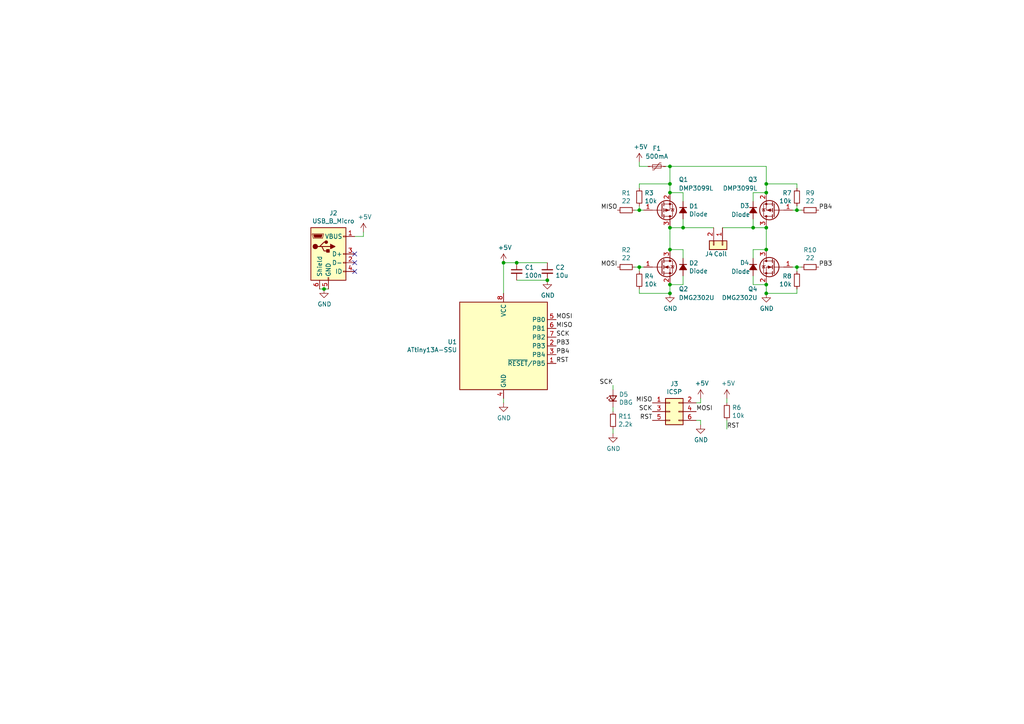
<source format=kicad_sch>
(kicad_sch (version 20230121) (generator eeschema)
  (paper "A4")
  (lib_symbols
    (symbol "Connector:USB_B_Micro" (pin_names (offset 1.016))
      (property "Reference" "J" (at -5.08 11.43 0))
      (property "Value" "USB_B_Micro" (at -5.08 8.89 0))
      (symbol "USB_B_Micro_0_1"
        (rectangle (start -5.08 -7.62) (end 5.08 7.62) (stroke (width 0.254)) (fill (type background)))
        (circle (center -3.81 2.159) (radius 0.635) (stroke (width 0.254)) (fill (type outline)))
        (circle (center -0.635 3.429) (radius 0.381) (stroke (width 0.254)) (fill (type outline)))
        (rectangle (start -0.127 -7.62) (end 0.127 -6.858))
        (polyline (pts (xy -1.905 2.159) (xy 0.635 2.159)) (stroke (width 0.254)))
        (polyline (pts (xy -3.175 2.159) (xy -2.54 2.159) (xy -1.27 3.429) (xy -0.635 3.429)) (stroke (width 0.254)))
        (polyline (pts (xy -2.54 2.159) (xy -1.905 2.159) (xy -1.27 0.889) (xy 0 0.889)) (stroke (width 0.254)))
        (polyline (pts (xy 0.635 2.794) (xy 0.635 1.524) (xy 1.905 2.159) (xy 0.635 2.794)) (stroke (width 0.254)) (fill (type outline)))
        (polyline (pts (xy -4.318 5.588) (xy -1.778 5.588) (xy -2.032 4.826) (xy -4.064 4.826) (xy -4.318 5.588)) (fill (type outline)))
        (polyline (pts (xy -4.699 5.842) (xy -4.699 5.588) (xy -4.445 4.826) (xy -4.445 4.572) (xy -1.651 4.572) (xy -1.651 4.826) (xy -1.397 5.588) (xy -1.397 5.842) (xy -4.699 5.842)))
        (rectangle (start 0.254 1.27) (end -0.508 0.508) (stroke (width 0.254)) (fill (type outline)))
        (rectangle (start 5.08 -5.207) (end 4.318 -4.953))
        (rectangle (start 5.08 -2.667) (end 4.318 -2.413))
        (rectangle (start 5.08 -0.127) (end 4.318 0.127))
        (rectangle (start 5.08 4.953) (end 4.318 5.207))
      )
      (symbol "USB_B_Micro_1_1"
        (pin power_out line (at 7.62 5.08 180) (length 2.54) (name "VBUS") (number "1"))
        (pin bidirectional line (at 7.62 -2.54 180) (length 2.54) (name "D-") (number "2"))
        (pin bidirectional line (at 7.62 0 180) (length 2.54) (name "D+") (number "3"))
        (pin passive line (at 7.62 -5.08 180) (length 2.54) (name "ID") (number "4"))
        (pin power_out line (at 0 -10.16 90) (length 2.54) (name "GND") (number "5"))
        (pin passive line (at -2.54 -10.16 90) (length 2.54) (name "Shield") (number "6"))
      )
    )
    (symbol "Connector_Generic:Conn_01x02" (pin_names (offset 1.016) hide)
      (property "Reference" "J" (at 0 2.54 0))
      (property "Value" "Conn_01x02" (at 0 -5.08 0))
      (symbol "Conn_01x02_1_1"
        (rectangle (start -1.27 -2.413) (end 0 -2.667) (stroke (width 0.1524)))
        (rectangle (start -1.27 0.127) (end 0 -0.127) (stroke (width 0.1524)))
        (rectangle (start -1.27 1.27) (end 1.27 -3.81) (stroke (width 0.254)) (fill (type background)))
        (pin passive line (at -5.08 0 0) (length 3.81) (name "Pin_1") (number "1"))
        (pin passive line (at -5.08 -2.54 0) (length 3.81) (name "Pin_2") (number "2"))
      )
    )
    (symbol "Connector_Generic:Conn_02x03_Odd_Even" (pin_names (offset 1.016) hide)
      (property "Reference" "J" (at 1.27 5.08 0))
      (property "Value" "Conn_02x03_Odd_Even" (at 1.27 -5.08 0))
      (symbol "Conn_02x03_Odd_Even_1_1"
        (rectangle (start -1.27 -2.413) (end 0 -2.667) (stroke (width 0.1524)))
        (rectangle (start -1.27 0.127) (end 0 -0.127) (stroke (width 0.1524)))
        (rectangle (start -1.27 2.667) (end 0 2.413) (stroke (width 0.1524)))
        (rectangle (start -1.27 3.81) (end 3.81 -3.81) (stroke (width 0.254)) (fill (type background)))
        (rectangle (start 3.81 -2.413) (end 2.54 -2.667) (stroke (width 0.1524)))
        (rectangle (start 3.81 0.127) (end 2.54 -0.127) (stroke (width 0.1524)))
        (rectangle (start 3.81 2.667) (end 2.54 2.413) (stroke (width 0.1524)))
        (pin passive line (at -5.08 2.54 0) (length 3.81) (name "Pin_1") (number "1"))
        (pin passive line (at 7.62 2.54 180) (length 3.81) (name "Pin_2") (number "2"))
        (pin passive line (at -5.08 0 0) (length 3.81) (name "Pin_3") (number "3"))
        (pin passive line (at 7.62 0 180) (length 3.81) (name "Pin_4") (number "4"))
        (pin passive line (at -5.08 -2.54 0) (length 3.81) (name "Pin_5") (number "5"))
        (pin passive line (at 7.62 -2.54 180) (length 3.81) (name "Pin_6") (number "6"))
      )
    )
    (symbol "Device:C_Small" (pin_numbers hide) (pin_names (offset 0.254) hide)
      (property "Reference" "C" (at 0.254 1.778 0))
      (property "Value" "C_Small" (at 0.254 -2.032 0))
      (symbol "C_Small_0_1"
        (polyline (pts (xy -1.524 -0.508) (xy 1.524 -0.508)) (stroke (width 0.3302)))
        (polyline (pts (xy -1.524 0.508) (xy 1.524 0.508)) (stroke (width 0.3048)))
      )
      (symbol "C_Small_1_1"
        (pin passive line (at 0 2.54 270) (length 2.032) (name "~") (number "1"))
        (pin passive line (at 0 -2.54 90) (length 2.032) (name "~") (number "2"))
      )
    )
    (symbol "Device:D_Small_Filled" (pin_numbers hide) (pin_names (offset 0.254) hide)
      (property "Reference" "D" (at -1.27 2.032 0))
      (property "Value" "D_Small_Filled" (at -3.81 -2.032 0))
      (symbol "D_Small_Filled_0_1"
        (polyline (pts (xy -0.762 -1.016) (xy -0.762 1.016)) (stroke (width 0.254)))
        (polyline (pts (xy -0.762 0) (xy 0.762 0)))
        (polyline (pts (xy 0.762 -1.016) (xy -0.762 0) (xy 0.762 1.016) (xy 0.762 -1.016)) (stroke (width 0.254)) (fill (type outline)))
      )
      (symbol "D_Small_Filled_1_1"
        (pin passive line (at -2.54 0 0) (length 1.778) (name "K") (number "1"))
        (pin passive line (at 2.54 0 180) (length 1.778) (name "A") (number "2"))
      )
    )
    (symbol "Device:LED_Small" (pin_numbers hide) (pin_names (offset 0.254) hide)
      (property "Reference" "D" (at -1.27 3.175 0))
      (property "Value" "LED_Small" (at -4.445 -2.54 0))
      (symbol "LED_Small_0_1"
        (polyline (pts (xy -0.762 -1.016) (xy -0.762 1.016)) (stroke (width 0.254)))
        (polyline (pts (xy 1.016 0) (xy -0.762 0)))
        (polyline (pts (xy 0.762 -1.016) (xy -0.762 0) (xy 0.762 1.016) (xy 0.762 -1.016)) (stroke (width 0.254)))
        (polyline (pts (xy 0 0.762) (xy -0.508 1.27) (xy -0.254 1.27) (xy -0.508 1.27) (xy -0.508 1.016)))
        (polyline (pts (xy 0.508 1.27) (xy 0 1.778) (xy 0.254 1.778) (xy 0 1.778) (xy 0 1.524)))
      )
      (symbol "LED_Small_1_1"
        (pin passive line (at -2.54 0 0) (length 1.778) (name "K") (number "1"))
        (pin passive line (at 2.54 0 180) (length 1.778) (name "A") (number "2"))
      )
    )
    (symbol "Device:Polyfuse_Small" (pin_numbers hide) (pin_names (offset 0))
      (property "Reference" "F" (at -1.905 0 90))
      (property "Value" "Polyfuse_Small" (at 1.905 0 90))
      (symbol "Polyfuse_Small_0_1"
        (rectangle (start -0.508 1.27) (end 0.508 -1.27))
        (polyline (pts (xy 0 2.54) (xy 0 -2.54)))
        (polyline (pts (xy -1.016 1.27) (xy -1.016 0.762) (xy 1.016 -0.762) (xy 1.016 -1.27)))
      )
      (symbol "Polyfuse_Small_1_1"
        (pin passive line (at 0 2.54 270) (length 0.635) (name "~") (number "1"))
        (pin passive line (at 0 -2.54 90) (length 0.635) (name "~") (number "2"))
      )
    )
    (symbol "Device:R_Small" (pin_numbers hide) (pin_names (offset 0.254) hide)
      (property "Reference" "R" (at 0.762 0.508 0))
      (property "Value" "R_Small" (at 0.762 -1.016 0))
      (symbol "R_Small_0_1"
        (rectangle (start -0.762 1.778) (end 0.762 -1.778) (stroke (width 0.2032)))
      )
      (symbol "R_Small_1_1"
        (pin passive line (at 0 2.54 270) (length 0.762) (name "~") (number "1"))
        (pin passive line (at 0 -2.54 90) (length 0.762) (name "~") (number "2"))
      )
    )
    (symbol "MCU_Microchip_ATtiny:ATtiny13A-SS"
      (property "Reference" "U" (at -12.7 13.97 0))
      (property "Value" "ATtiny13A-SS" (at 2.54 -13.97 0))
      (symbol "ATtiny13A-SS_0_1"
        (rectangle (start -12.7 -12.7) (end 12.7 12.7) (stroke (width 0.254)) (fill (type background)))
      )
      (symbol "ATtiny13A-SS_1_1"
        (pin bidirectional line (at 15.24 -5.08 180) (length 2.54) (name "~{RESET}/PB5") (number "1"))
        (pin bidirectional line (at 15.24 0 180) (length 2.54) (name "PB3") (number "2"))
        (pin bidirectional line (at 15.24 -2.54 180) (length 2.54) (name "PB4") (number "3"))
        (pin power_in line (at 0 -15.24 90) (length 2.54) (name "GND") (number "4"))
        (pin bidirectional line (at 15.24 7.62 180) (length 2.54) (name "PB0") (number "5"))
        (pin bidirectional line (at 15.24 5.08 180) (length 2.54) (name "PB1") (number "6"))
        (pin bidirectional line (at 15.24 2.54 180) (length 2.54) (name "PB2") (number "7"))
        (pin power_in line (at 0 15.24 270) (length 2.54) (name "VCC") (number "8"))
      )
    )
    (symbol "Transistor_FET:DMG2301L" (pin_names hide)
      (property "Reference" "Q" (at 5.08 1.905 0))
      (property "Value" "DMG2301L" (at 5.08 0 0))
      (symbol "DMG2301L_0_1"
        (polyline (pts (xy 0.254 0) (xy -2.54 0)))
        (polyline (pts (xy 0.254 1.905) (xy 0.254 -1.905)) (stroke (width 0.254)))
        (polyline (pts (xy 0.762 -1.27) (xy 0.762 -2.286)) (stroke (width 0.254)))
        (polyline (pts (xy 0.762 0.508) (xy 0.762 -0.508)) (stroke (width 0.254)))
        (polyline (pts (xy 0.762 2.286) (xy 0.762 1.27)) (stroke (width 0.254)))
        (polyline (pts (xy 2.54 2.54) (xy 2.54 1.778)))
        (polyline (pts (xy 2.54 -2.54) (xy 2.54 0) (xy 0.762 0)))
        (polyline (pts (xy 0.762 1.778) (xy 3.302 1.778) (xy 3.302 -1.778) (xy 0.762 -1.778)))
        (polyline (pts (xy 2.286 0) (xy 1.27 0.381) (xy 1.27 -0.381) (xy 2.286 0)) (fill (type outline)))
        (polyline (pts (xy 2.794 -0.508) (xy 2.921 -0.381) (xy 3.683 -0.381) (xy 3.81 -0.254)))
        (polyline (pts (xy 3.302 -0.381) (xy 2.921 0.254) (xy 3.683 0.254) (xy 3.302 -0.381)))
        (circle (center 1.651 0) (radius 2.794) (stroke (width 0.254)))
        (circle (center 2.54 -1.778) (radius 0.254) (fill (type outline)))
        (circle (center 2.54 1.778) (radius 0.254) (fill (type outline)))
      )
      (symbol "DMG2301L_1_1"
        (pin input line (at -5.08 0 0) (length 2.54) (name "G") (number "1"))
        (pin passive line (at 2.54 -5.08 90) (length 2.54) (name "S") (number "2"))
        (pin passive line (at 2.54 5.08 270) (length 2.54) (name "D") (number "3"))
      )
    )
    (symbol "Transistor_FET:DMG2302U" (pin_names hide)
      (property "Reference" "Q" (at 5.08 1.905 0))
      (property "Value" "DMG2302U" (at 5.08 0 0))
      (symbol "DMG2302U_0_1"
        (polyline (pts (xy 0.254 0) (xy -2.54 0)))
        (polyline (pts (xy 0.254 1.905) (xy 0.254 -1.905)) (stroke (width 0.254)))
        (polyline (pts (xy 0.762 -1.27) (xy 0.762 -2.286)) (stroke (width 0.254)))
        (polyline (pts (xy 0.762 0.508) (xy 0.762 -0.508)) (stroke (width 0.254)))
        (polyline (pts (xy 0.762 2.286) (xy 0.762 1.27)) (stroke (width 0.254)))
        (polyline (pts (xy 2.54 2.54) (xy 2.54 1.778)))
        (polyline (pts (xy 2.54 -2.54) (xy 2.54 0) (xy 0.762 0)))
        (polyline (pts (xy 0.762 -1.778) (xy 3.302 -1.778) (xy 3.302 1.778) (xy 0.762 1.778)))
        (polyline (pts (xy 1.016 0) (xy 2.032 0.381) (xy 2.032 -0.381) (xy 1.016 0)) (fill (type outline)))
        (polyline (pts (xy 2.794 0.508) (xy 2.921 0.381) (xy 3.683 0.381) (xy 3.81 0.254)))
        (polyline (pts (xy 3.302 0.381) (xy 2.921 -0.254) (xy 3.683 -0.254) (xy 3.302 0.381)))
        (circle (center 1.651 0) (radius 2.794) (stroke (width 0.254)))
        (circle (center 2.54 -1.778) (radius 0.254) (fill (type outline)))
        (circle (center 2.54 1.778) (radius 0.254) (fill (type outline)))
      )
      (symbol "DMG2302U_1_1"
        (pin input line (at -5.08 0 0) (length 2.54) (name "G") (number "1"))
        (pin passive line (at 2.54 -5.08 90) (length 2.54) (name "S") (number "2"))
        (pin passive line (at 2.54 5.08 270) (length 2.54) (name "D") (number "3"))
      )
    )
    (symbol "power:+5V" (power) (pin_names (offset 0))
      (property "Value" "+5V" (at 0 3.556 0))
      (symbol "+5V_0_1"
        (polyline (pts (xy -0.762 1.27) (xy 0 2.54)))
        (polyline (pts (xy 0 0) (xy 0 2.54)))
        (polyline (pts (xy 0 2.54) (xy 0.762 1.27)))
      )
      (symbol "+5V_1_1"
        (pin power_in line (at 0 0 90) (length 0) hide (name "+5V") (number "1"))
      )
    )
    (symbol "power:GND" (power) (pin_names (offset 0))
      (property "Value" "GND" (at 0 -3.81 0))
      (symbol "GND_0_1"
        (polyline (pts (xy 0 0) (xy 0 -1.27) (xy 1.27 -1.27) (xy 0 -2.54) (xy -1.27 -1.27) (xy 0 -1.27)))
      )
      (symbol "GND_1_1"
        (pin power_in line (at 0 0 270) (length 0) hide (name "GND") (number "1"))
      )
    )
  )
  (junction (at 194.31 48.26))
  (junction (at 149.86 76.2))
  (junction (at 185.42 77.47))
  (junction (at 222.25 82.55))
  (junction (at 194.31 85.09))
  (junction (at 231.14 77.47))
  (junction (at 194.31 82.55))
  (junction (at 194.31 72.39))
  (junction (at 222.25 66.04))
  (junction (at 194.31 55.88))
  (junction (at 222.25 72.39))
  (junction (at 222.25 53.34))
  (junction (at 222.25 55.88))
  (junction (at 222.25 85.09))
  (junction (at 158.75 81.28))
  (junction (at 146.05 76.2))
  (junction (at 231.14 60.96))
  (junction (at 194.31 53.34))
  (junction (at 185.42 60.96))
  (junction (at 198.12 66.04))
  (junction (at 218.44 66.04))
  (junction (at 194.31 66.04))
  (junction (at 93.98 83.82))
  (no_connect (at 102.87 76.2))
  (no_connect (at 102.87 73.66))
  (no_connect (at 102.87 78.74))
  (wire (pts (xy 222.25 85.09) (xy 231.14 85.09)))
  (wire (pts (xy 222.25 53.34) (xy 231.14 53.34)))
  (wire (pts (xy 218.44 82.55) (xy 222.25 82.55)))
  (wire (pts (xy 184.15 77.47) (xy 185.42 77.47)))
  (wire (pts (xy 209.55 66.04) (xy 218.44 66.04)))
  (wire (pts (xy 185.42 48.26) (xy 187.96 48.26)))
  (wire (pts (xy 198.12 55.88) (xy 198.12 58.42)))
  (wire (pts (xy 185.42 46.99) (xy 185.42 48.26)))
  (wire (pts (xy 92.71 83.82) (xy 93.98 83.82)))
  (wire (pts (xy 222.25 48.26) (xy 222.25 53.34)))
  (wire (pts (xy 231.14 59.69) (xy 231.14 60.96)))
  (wire (pts (xy 184.15 60.96) (xy 185.42 60.96)))
  (wire (pts (xy 198.12 66.04) (xy 207.01 66.04)))
  (wire (pts (xy 194.31 55.88) (xy 198.12 55.88)))
  (wire (pts (xy 198.12 72.39) (xy 198.12 74.93)))
  (wire (pts (xy 231.14 53.34) (xy 231.14 54.61)))
  (wire (pts (xy 149.86 76.2) (xy 146.05 76.2)))
  (wire (pts (xy 194.31 66.04) (xy 194.31 72.39)))
  (wire (pts (xy 185.42 54.61) (xy 185.42 53.34)))
  (wire (pts (xy 158.75 81.28) (xy 149.86 81.28)))
  (wire (pts (xy 194.31 82.55) (xy 198.12 82.55)))
  (wire (pts (xy 210.82 116.84) (xy 210.82 115.57)))
  (wire (pts (xy 194.31 48.26) (xy 222.25 48.26)))
  (wire (pts (xy 218.44 55.88) (xy 222.25 55.88)))
  (wire (pts (xy 194.31 48.26) (xy 194.31 53.34)))
  (wire (pts (xy 185.42 60.96) (xy 186.69 60.96)))
  (wire (pts (xy 231.14 78.74) (xy 231.14 77.47)))
  (wire (pts (xy 203.2 121.92) (xy 203.2 123.19)))
  (wire (pts (xy 201.93 121.92) (xy 203.2 121.92)))
  (wire (pts (xy 194.31 53.34) (xy 194.31 55.88)))
  (wire (pts (xy 198.12 66.04) (xy 198.12 63.5)))
  (wire (pts (xy 218.44 80.01) (xy 218.44 82.55)))
  (wire (pts (xy 93.98 83.82) (xy 95.25 83.82)))
  (wire (pts (xy 222.25 72.39) (xy 218.44 72.39)))
  (wire (pts (xy 194.31 66.04) (xy 198.12 66.04)))
  (wire (pts (xy 222.25 85.09) (xy 222.25 82.55)))
  (wire (pts (xy 231.14 77.47) (xy 232.41 77.47)))
  (wire (pts (xy 222.25 53.34) (xy 222.25 55.88)))
  (wire (pts (xy 177.8 119.38) (xy 177.8 118.11)))
  (wire (pts (xy 185.42 53.34) (xy 194.31 53.34)))
  (wire (pts (xy 185.42 77.47) (xy 186.69 77.47)))
  (wire (pts (xy 231.14 60.96) (xy 232.41 60.96)))
  (wire (pts (xy 185.42 78.74) (xy 185.42 77.47)))
  (wire (pts (xy 146.05 76.2) (xy 146.05 85.09)))
  (wire (pts (xy 229.87 77.47) (xy 231.14 77.47)))
  (wire (pts (xy 218.44 63.5) (xy 218.44 66.04)))
  (wire (pts (xy 177.8 111.76) (xy 177.8 113.03)))
  (wire (pts (xy 177.8 125.73) (xy 177.8 124.46)))
  (wire (pts (xy 193.04 48.26) (xy 194.31 48.26)))
  (wire (pts (xy 229.87 60.96) (xy 231.14 60.96)))
  (wire (pts (xy 194.31 72.39) (xy 198.12 72.39)))
  (wire (pts (xy 194.31 85.09) (xy 194.31 82.55)))
  (wire (pts (xy 218.44 66.04) (xy 222.25 66.04)))
  (wire (pts (xy 105.41 68.58) (xy 105.41 67.31)))
  (wire (pts (xy 102.87 68.58) (xy 105.41 68.58)))
  (wire (pts (xy 185.42 83.82) (xy 185.42 85.09)))
  (wire (pts (xy 185.42 59.69) (xy 185.42 60.96)))
  (wire (pts (xy 201.93 116.84) (xy 203.2 116.84)))
  (wire (pts (xy 210.82 121.92) (xy 210.82 124.46)))
  (wire (pts (xy 203.2 116.84) (xy 203.2 115.57)))
  (wire (pts (xy 218.44 72.39) (xy 218.44 74.93)))
  (wire (pts (xy 218.44 58.42) (xy 218.44 55.88)))
  (wire (pts (xy 222.25 66.04) (xy 222.25 72.39)))
  (wire (pts (xy 146.05 116.84) (xy 146.05 115.57)))
  (wire (pts (xy 158.75 76.2) (xy 149.86 76.2)))
  (wire (pts (xy 231.14 85.09) (xy 231.14 83.82)))
  (wire (pts (xy 185.42 85.09) (xy 194.31 85.09)))
  (wire (pts (xy 198.12 82.55) (xy 198.12 80.01)))
  (label "MISO" (at 189.23 116.84 180))
  (label "RST" (at 210.82 124.46 0))
  (label "RST" (at 189.23 121.92 180))
  (label "PB4" (at 237.49 60.96 0))
  (label "MOSI" (at 161.29 92.71 0))
  (label "PB3" (at 237.49 77.47 0))
  (label "SCK" (at 177.8 111.76 180))
  (label "MISO" (at 161.29 95.25 0))
  (label "PB4" (at 161.29 102.87 0))
  (label "MOSI" (at 201.93 119.38 0))
  (label "MOSI" (at 179.07 77.47 180))
  (label "SCK" (at 189.23 119.38 180))
  (label "MISO" (at 179.07 60.96 180))
  (label "PB3" (at 161.29 100.33 0))
  (label "RST" (at 161.29 105.41 0))
  (label "SCK" (at 161.29 97.79 0))
  (symbol (lib_id "MCU_Microchip_ATtiny:ATtiny13A-SS") (at 146.05 100.33 0) (unit 1)
    (property "Reference" "U1" (at 132.588 99.1616 0) (effects (justify right)))
    (property "Value" "ATtiny13A-SSU" (at 132.588 101.473 0) (effects (justify right)))
    (property "Footprint" "Package_SO:SOIC-8_3.9x4.9mm_P1.27mm" (effects hide))
    (property "Datasheet" "http://ww1.microchip.com/downloads/en/DeviceDoc/doc8126.pdf" (effects hide))
  )
  (symbol (lib_id "Transistor_FET:DMG2302U") (at 191.77 77.47 0) (unit 1)
    (property "Reference" "Q2" (at 196.85 83.82 0) (effects (justify left)))
    (property "Value" "DMG2302U" (at 196.85 86.36 0) (effects (justify left)))
    (property "Footprint" "Package_TO_SOT_SMD:SOT-23" (effects hide))
    (property "Datasheet" "http://www.diodes.com/assets/Datasheets/DMG2302U.pdf" (effects hide))
  )
  (symbol (lib_id "Transistor_FET:DMG2302U") (at 224.79 77.47 0) (mirror y) (unit 1)
    (property "Reference" "Q4" (at 219.71 83.82 0) (effects (justify left)))
    (property "Value" "DMG2302U" (at 219.71 86.36 0) (effects (justify left)))
    (property "Footprint" "Package_TO_SOT_SMD:SOT-23" (effects hide))
    (property "Datasheet" "http://www.diodes.com/assets/Datasheets/DMG2302U.pdf" (effects hide))
  )
  (symbol (lib_id "Connector:USB_B_Micro") (at 95.25 73.66 0) (unit 1)
    (property "Reference" "J2" (at 96.6978 61.7982 0))
    (property "Value" "USB_B_Micro" (at 96.6978 64.1096 0))
    (property "Footprint" "Connector_USB:USB_Micro-B_Amphenol_10103594-0001LF_Horizontal" (effects hide))
  )
  (symbol (lib_id "power:+5V") (at 105.41 67.31 0) (unit 1)
    (property "Reference" "#PWR0101" (effects hide))
    (property "Value" "+5V" (at 105.791 62.9158 0))
  )
  (symbol (lib_id "power:GND") (at 93.98 83.82 0) (unit 1)
    (property "Reference" "#PWR0102" (effects hide))
    (property "Value" "GND" (at 94.107 88.2142 0))
  )
  (symbol (lib_id "Device:Polyfuse_Small") (at 190.5 48.26 270) (unit 1)
    (property "Reference" "F1" (at 190.5 43.053 90))
    (property "Value" "500mA" (at 190.5 45.3644 90))
    (property "Footprint" "Fuse:Fuse_1206_3216Metric" (effects hide))
  )
  (symbol (lib_id "power:GND") (at 146.05 116.84 0) (unit 1)
    (property "Reference" "#PWR0103" (effects hide))
    (property "Value" "GND" (at 146.177 121.2342 0))
  )
  (symbol (lib_id "Device:C_Small") (at 149.86 78.74 0) (unit 1)
    (property "Reference" "C1" (at 152.1968 77.5716 0) (effects (justify left)))
    (property "Value" "100n" (at 152.1968 79.883 0) (effects (justify left)))
    (property "Footprint" "Capacitor_SMD:C_0603_1608Metric" (effects hide))
  )
  (symbol (lib_id "Device:C_Small") (at 158.75 78.74 0) (unit 1)
    (property "Reference" "C2" (at 161.0868 77.5716 0) (effects (justify left)))
    (property "Value" "10u" (at 161.0868 79.883 0) (effects (justify left)))
    (property "Footprint" "Capacitor_SMD:C_0805_2012Metric" (effects hide))
  )
  (symbol (lib_id "power:GND") (at 158.75 81.28 0) (unit 1)
    (property "Reference" "#PWR0104" (effects hide))
    (property "Value" "GND" (at 158.877 85.6742 0))
  )
  (symbol (lib_id "power:+5V") (at 146.05 76.2 0) (unit 1)
    (property "Reference" "#PWR0105" (effects hide))
    (property "Value" "+5V" (at 146.431 71.8058 0))
  )
  (symbol (lib_id "Connector_Generic:Conn_02x03_Odd_Even") (at 194.31 119.38 0) (unit 1)
    (property "Reference" "J3" (at 195.58 111.3282 0))
    (property "Value" "ICSP" (at 195.58 113.6396 0))
    (property "Footprint" "Connector:Tag-Connect_TC2030-IDC-NL_2x03_P1.27mm_Vertical" (effects hide))
  )
  (symbol (lib_id "power:+5V") (at 203.2 115.57 0) (unit 1)
    (property "Reference" "#PWR0108" (effects hide))
    (property "Value" "+5V" (at 203.581 111.1758 0))
  )
  (symbol (lib_id "power:GND") (at 203.2 123.19 0) (unit 1)
    (property "Reference" "#PWR0109" (effects hide))
    (property "Value" "GND" (at 203.327 127.5842 0))
  )
  (symbol (lib_id "Device:R_Small") (at 210.82 119.38 0) (unit 1)
    (property "Reference" "R6" (at 212.3186 118.2116 0) (effects (justify left)))
    (property "Value" "10k" (at 212.3186 120.523 0) (effects (justify left)))
    (property "Footprint" "Resistor_SMD:R_0603_1608Metric" (effects hide))
  )
  (symbol (lib_id "power:+5V") (at 210.82 115.57 0) (unit 1)
    (property "Reference" "#PWR0110" (effects hide))
    (property "Value" "+5V" (at 211.201 111.1758 0))
  )
  (symbol (lib_id "Transistor_FET:DMG2301L") (at 191.77 60.96 0) (mirror x) (unit 1)
    (property "Reference" "Q1" (at 196.85 52.07 0) (effects (justify left)))
    (property "Value" "DMP3099L" (at 196.85 54.61 0) (effects (justify left)))
    (property "Footprint" "Package_TO_SOT_SMD:SOT-23" (effects hide))
    (property "Datasheet" "https://www.diodes.com/assets/Datasheets/DMG2301L.pdf" (effects hide))
  )
  (symbol (lib_id "Transistor_FET:DMG2301L") (at 224.79 60.96 180) (unit 1)
    (property "Reference" "Q3" (at 219.71 52.07 0) (effects (justify left)))
    (property "Value" "DMP3099L" (at 219.71 54.61 0) (effects (justify left)))
    (property "Footprint" "Package_TO_SOT_SMD:SOT-23" (effects hide))
    (property "Datasheet" "https://www.diodes.com/assets/Datasheets/DMG2301L.pdf" (effects hide))
  )
  (symbol (lib_id "Connector_Generic:Conn_01x02") (at 209.55 71.12 270) (unit 1)
    (property "Reference" "J4" (at 204.47 73.66 90) (effects (justify left)))
    (property "Value" "Coil" (at 207.01 73.66 90) (effects (justify left)))
    (property "Footprint" "Connector_PinHeader_2.54mm:PinHeader_1x02_P2.54mm_Vertical" (effects hide))
  )
  (symbol (lib_id "power:GND") (at 194.31 85.09 0) (unit 1)
    (property "Reference" "#PWR0111" (effects hide))
    (property "Value" "GND" (at 194.437 89.4842 0))
  )
  (symbol (lib_id "power:GND") (at 222.25 85.09 0) (unit 1)
    (property "Reference" "#PWR0112" (effects hide))
    (property "Value" "GND" (at 222.377 89.4842 0))
  )
  (symbol (lib_id "power:+5V") (at 185.42 46.99 0) (unit 1)
    (property "Reference" "#PWR0113" (effects hide))
    (property "Value" "+5V" (at 185.801 42.5958 0))
  )
  (symbol (lib_id "Device:D_Small_Filled") (at 198.12 60.96 270) (unit 1)
    (property "Reference" "D1" (at 199.8472 59.7916 90) (effects (justify left)))
    (property "Value" "Diode" (at 199.8472 62.103 90) (effects (justify left)))
    (property "Footprint" "Diode_SMD:D_SMA" (effects hide))
  )
  (symbol (lib_id "Device:D_Small_Filled") (at 218.44 60.96 90) (mirror x) (unit 1)
    (property "Reference" "D3" (at 214.63 59.69 90) (effects (justify right)))
    (property "Value" "Diode" (at 212.09 62.23 90) (effects (justify right)))
    (property "Footprint" "Diode_SMD:D_SMA" (effects hide))
  )
  (symbol (lib_id "Device:D_Small_Filled") (at 198.12 77.47 270) (unit 1)
    (property "Reference" "D2" (at 199.8472 76.3016 90) (effects (justify left)))
    (property "Value" "Diode" (at 199.8472 78.613 90) (effects (justify left)))
    (property "Footprint" "Diode_SMD:D_SMA" (effects hide))
  )
  (symbol (lib_id "Device:D_Small_Filled") (at 218.44 77.47 90) (mirror x) (unit 1)
    (property "Reference" "D4" (at 214.63 76.2 90) (effects (justify right)))
    (property "Value" "Diode" (at 212.09 78.74 90) (effects (justify right)))
    (property "Footprint" "Diode_SMD:D_SMA" (effects hide))
  )
  (symbol (lib_id "Device:R_Small") (at 181.61 60.96 270) (unit 1)
    (property "Reference" "R1" (at 181.61 55.9816 90))
    (property "Value" "22" (at 181.61 58.293 90))
    (property "Footprint" "Resistor_SMD:R_0603_1608Metric" (effects hide))
  )
  (symbol (lib_id "Device:R_Small") (at 181.61 77.47 270) (unit 1)
    (property "Reference" "R2" (at 181.61 72.4916 90))
    (property "Value" "22" (at 181.61 74.803 90))
    (property "Footprint" "Resistor_SMD:R_0603_1608Metric" (effects hide))
  )
  (symbol (lib_id "Device:R_Small") (at 234.95 60.96 270) (unit 1)
    (property "Reference" "R9" (at 234.95 55.9816 90))
    (property "Value" "22" (at 234.95 58.293 90))
    (property "Footprint" "Resistor_SMD:R_0603_1608Metric" (effects hide))
  )
  (symbol (lib_id "Device:R_Small") (at 234.95 77.47 270) (unit 1)
    (property "Reference" "R10" (at 234.95 72.4916 90))
    (property "Value" "22" (at 234.95 74.803 90))
    (property "Footprint" "Resistor_SMD:R_0603_1608Metric" (effects hide))
  )
  (symbol (lib_id "Device:R_Small") (at 185.42 57.15 180) (unit 1)
    (property "Reference" "R3" (at 186.9186 55.9816 0) (effects (justify right)))
    (property "Value" "10k" (at 186.9186 58.293 0) (effects (justify right)))
    (property "Footprint" "Resistor_SMD:R_0603_1608Metric" (effects hide))
  )
  (symbol (lib_id "Device:R_Small") (at 185.42 81.28 180) (unit 1)
    (property "Reference" "R4" (at 186.9186 80.1116 0) (effects (justify right)))
    (property "Value" "10k" (at 186.9186 82.423 0) (effects (justify right)))
    (property "Footprint" "Resistor_SMD:R_0603_1608Metric" (effects hide))
  )
  (symbol (lib_id "Device:R_Small") (at 231.14 81.28 0) (mirror x) (unit 1)
    (property "Reference" "R8" (at 229.6414 80.1116 0) (effects (justify right)))
    (property "Value" "10k" (at 229.6414 82.423 0) (effects (justify right)))
    (property "Footprint" "Resistor_SMD:R_0603_1608Metric" (effects hide))
  )
  (symbol (lib_id "Device:R_Small") (at 231.14 57.15 0) (mirror x) (unit 1)
    (property "Reference" "R7" (at 229.6414 55.9816 0) (effects (justify right)))
    (property "Value" "10k" (at 229.6414 58.293 0) (effects (justify right)))
    (property "Footprint" "Resistor_SMD:R_0603_1608Metric" (effects hide))
  )
  (symbol (lib_id "Device:LED_Small") (at 177.8 115.57 90) (unit 1)
    (property "Reference" "D5" (at 179.5272 114.4016 90) (effects (justify right)))
    (property "Value" "DBG" (at 179.5272 116.713 90) (effects (justify right)))
    (property "Footprint" "LED_SMD:LED_0603_1608Metric" (effects hide))
  )
  (symbol (lib_id "Device:R_Small") (at 177.8 121.92 0) (unit 1)
    (property "Reference" "R11" (at 179.2986 120.7516 0) (effects (justify left)))
    (property "Value" "2.2k" (at 179.2986 123.063 0) (effects (justify left)))
    (property "Footprint" "Resistor_SMD:R_0603_1608Metric" (effects hide))
  )
  (symbol (lib_id "power:GND") (at 177.8 125.73 0) (unit 1)
    (property "Reference" "#PWR01" (effects hide))
    (property "Value" "GND" (at 177.927 130.1242 0))
  )
)
</source>
